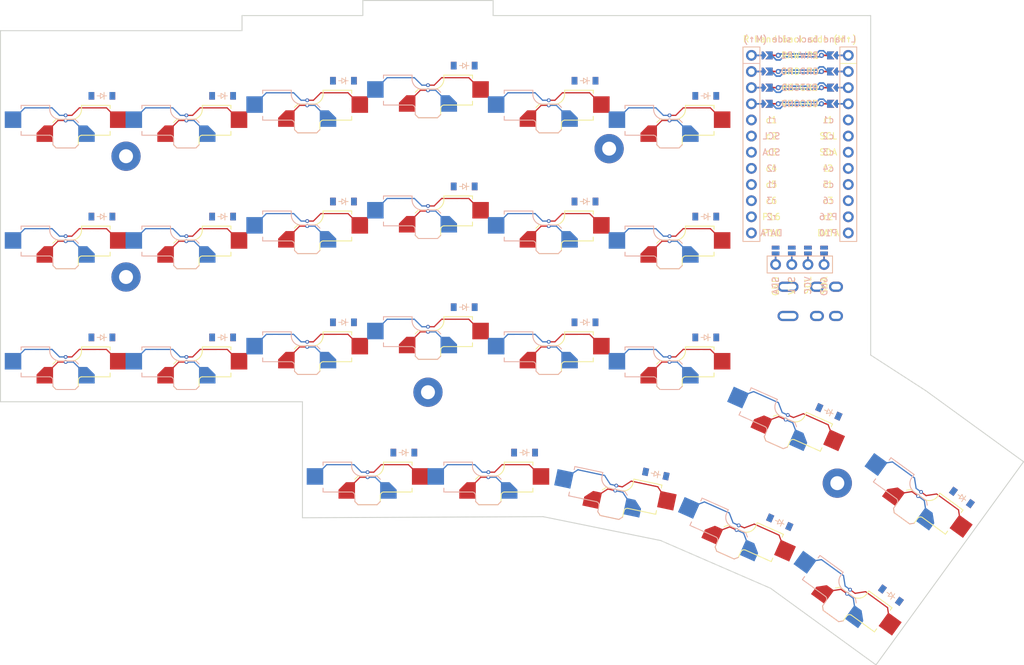
<source format=kicad_pcb>
(kicad_pcb (version 20240108) (generator "ergogen") (generator_version "4.2.1")
  (title_block (title "hasbii_pcb") (date "2026-02-24") (rev "v1.0.0") (company "hasbii"))
  (layers (0 "F.Cu" signal) (31 "B.Cu" signal) (34 "B.Paste" user) (35 "F.Paste" user) (36 "B.SilkS" user "B.Silkscreen") (37 "F.SilkS" user "F.Silkscreen") (38 "B.Mask" user) (39 "F.Mask" user) (44 "Edge.Cuts" user))
  (net 0 "")
  (net 1 "c6_r3")
  (net 2 "c6")
  (net 3 "GND")
  (net 4 "D1")
  (net 5 "D2")
  (net 6 "c6_r2")
  (net 7 "c6_r1")
  (net 8 "c5_r3")
  (net 9 "c5")
  (net 10 "c5_r2")
  (net 11 "c5_r1")
  (net 12 "c4_r3")
  (net 13 "c4")
  (net 14 "c4_r2")
  (net 15 "c4_r1")
  (net 16 "c3_r3")
  (net 17 "c3")
  (net 18 "c3_r2")
  (net 19 "c3_r1")
  (net 20 "c2_r3")
  (net 21 "c2")
  (net 22 "c2_r2")
  (net 23 "c2_r1")
  (net 24 "c1_r3")
  (net 25 "c1")
  (net 26 "c1_r2")
  (net 27 "c1_r1")
  (net 28 "c5_t2")
  (net 29 "c4_t2")
  (net 30 "c3_t2")
  (net 31 "c2_t2")
  (net 32 "c2_t1")
  (net 33 "c1_t2")
  (net 34 "c1_t1")
  (net 35 "r3")
  (net 36 "r2")
  (net 37 "r1")
  (net 38 "t2")
  (net 39 "t1")
  (net 40 "RAW")
  (net 41 "RST")
  (net 42 "VCC")
  (net 43 "P16")
  (net 44 "P10")
  (net 45 "P1")
  (net 46 "P0")
  (net 47 "SCL")
  (net 48 "SDA")
  (net 49 "DATA")
  (net 50 "P101")
  (net 51 "P102")
  (net 52 "P107")
  (net 53 "MCU1_24")
  (net 54 "MCU1_1")
  (net 55 "MCU1_23")
  (net 56 "MCU1_2")
  (net 57 "MCU1_22")
  (net 58 "MCU1_3")
  (net 59 "MCU1_21")
  (net 60 "MCU1_4")
  (net 61 "MCU1_20")
  (net 62 "MCU1_5")
  (net 63 "MCU1_19")
  (net 64 "MCU1_6")
  (net 65 "MCU1_18")
  (net 66 "MCU1_7")
  (net 67 "MCU1_17")
  (net 68 "MCU1_8")
  (net 69 "MCU1_16")
  (net 70 "MCU1_9")
  (net 71 "MCU1_15")
  (net 72 "MCU1_10")
  (net 73 "MCU1_14")
  (net 74 "MCU1_11")
  (net 75 "MCU1_13")
  (net 76 "MCU1_12")
  (net 77 "DISP1_1")
  (net 78 "DISP1_2")
  (net 79 "DISP1_3")
  (net 80 "DISP1_4")
  (net 81 "R1")
  (footprint "ceoloide:mounting_hole_npth" (layer "F.Cu") (at 235.5 120.3125 0)
    (property "Reference" "MH1" hide)
  )
  (footprint "ceoloide:mounting_hole_npth" (layer "F.Cu") (at 207 158.625 0)
    (property "Reference" "MH2" hide)
  )
  (footprint "ceoloide:mounting_hole_npth" (layer "F.Cu") (at 271.39361595 172.93293054999998 -30)
    (property "Reference" "MH3" hide)
  )
  (footprint "ceoloide:mounting_hole_npth" (layer "F.Cu") (at 159.5 121.5 0)
    (property "Reference" "MH4" hide)
  )
  (footprint "ceoloide:mounting_hole_npth" (layer "F.Cu") (at 159.5 140.5 0)
    (property "Reference" "MH5" hide)
  )
  (footprint "ceoloide:switch_choc_v1_v2" (layer "B.Cu") (at 150 150 180)
    (property "Reference" "S1" hide)
  )
  (segment (start 146.725 155.95) (end 148.8 153.875) (width 0.2) (layer "F.Cu") (net 1))
  (segment (start 148.8 153.875) (end 150 153.875) (width 0.2) (layer "F.Cu") (net 1))
  (via (at 150 153.875) (size 0.6) (drill 0.3) (layers "F.Cu" "B.Cu") (net 1))
  (segment (start 151.2 153.875) (end 150 153.875) (width 0.2) (layer "B.Cu") (net 1))
  (segment (start 153.275 155.95) (end 151.2 153.875) (width 0.2) (layer "B.Cu") (net 1))
  (segment (start 156.421 151.896) (end 152.154 151.896) (width 0.2) (layer "F.Cu") (net 2))
  (segment (start 150.975 153.075) (end 150 153.075) (width 0.2) (layer "F.Cu") (net 2))
  (segment (start 158.275 153.75) (end 156.421 151.896) (width 0.2) (layer "F.Cu") (net 2))
  (segment (start 152.154 151.896) (end 150.975 153.075) (width 0.2) (layer "F.Cu") (net 2))
  (via (at 150 153.075) (size 0.6) (drill 0.3) (layers "F.Cu" "B.Cu") (net 2))
  (segment (start 147.859834 151.896) (end 149.038834 153.075) (width 0.2) (layer "B.Cu") (net 2))
  (segment (start 143.579 151.896) (end 147.859834 151.896) (width 0.2) (layer "B.Cu") (net 2))
  (segment (start 149.038834 153.075) (end 150 153.075) (width 0.2) (layer "B.Cu") (net 2))
  (segment (start 141.725 153.75) (end 143.579 151.896) (width 0.2) (layer "B.Cu") (net 2))
  (footprint "ceoloide:switch_choc_v1_v2" (layer "B.Cu") (at 150 131 180)
    (property "Reference" "S2" hide)
  )
  (segment (start 146.725 136.95) (end 148.8 134.875) (width 0.2) (layer "F.Cu") (net 6))
  (segment (start 148.8 134.875) (end 150 134.875) (width 0.2) (layer "F.Cu") (net 6))
  (via (at 150 134.875) (size 0.6) (drill 0.3) (layers "F.Cu" "B.Cu") (net 6))
  (segment (start 151.2 134.875) (end 150 134.875) (width 0.2) (layer "B.Cu") (net 6))
  (segment (start 153.275 136.95) (end 151.2 134.875) (width 0.2) (layer "B.Cu") (net 6))
  (segment (start 156.421 132.896) (end 152.154 132.896) (width 0.2) (layer "F.Cu") (net 2))
  (segment (start 150.975 134.075) (end 150 134.075) (width 0.2) (layer "F.Cu") (net 2))
  (segment (start 158.275 134.75) (end 156.421 132.896) (width 0.2) (layer "F.Cu") (net 2))
  (segment (start 152.154 132.896) (end 150.975 134.075) (width 0.2) (layer "F.Cu") (net 2))
  (via (at 150 134.075) (size 0.6) (drill 0.3) (layers "F.Cu" "B.Cu") (net 2))
  (segment (start 147.859834 132.896) (end 149.038834 134.075) (width 0.2) (layer "B.Cu") (net 2))
  (segment (start 143.579 132.896) (end 147.859834 132.896) (width 0.2) (layer "B.Cu") (net 2))
  (segment (start 149.038834 134.075) (end 150 134.075) (width 0.2) (layer "B.Cu") (net 2))
  (segment (start 141.725 134.75) (end 143.579 132.896) (width 0.2) (layer "B.Cu") (net 2))
  (footprint "ceoloide:switch_choc_v1_v2" (layer "B.Cu") (at 150 112 180)
    (property "Reference" "S3" hide)
  )
  (segment (start 146.725 117.95) (end 148.8 115.875) (width 0.2) (layer "F.Cu") (net 7))
  (segment (start 148.8 115.875) (end 150 115.875) (width 0.2) (layer "F.Cu") (net 7))
  (via (at 150 115.875) (size 0.6) (drill 0.3) (layers "F.Cu" "B.Cu") (net 7))
  (segment (start 151.2 115.875) (end 150 115.875) (width 0.2) (layer "B.Cu") (net 7))
  (segment (start 153.275 117.95) (end 151.2 115.875) (width 0.2) (layer "B.Cu") (net 7))
  (segment (start 156.421 113.896) (end 152.154 113.896) (width 0.2) (layer "F.Cu") (net 2))
  (segment (start 150.975 115.075) (end 150 115.075) (width 0.2) (layer "F.Cu") (net 2))
  (segment (start 158.275 115.75) (end 156.421 113.896) (width 0.2) (layer "F.Cu") (net 2))
  (segment (start 152.154 113.896) (end 150.975 115.075) (width 0.2) (layer "F.Cu") (net 2))
  (via (at 150 115.075) (size 0.6) (drill 0.3) (layers "F.Cu" "B.Cu") (net 2))
  (segment (start 147.859834 113.896) (end 149.038834 115.075) (width 0.2) (layer "B.Cu") (net 2))
  (segment (start 143.579 113.896) (end 147.859834 113.896) (width 0.2) (layer "B.Cu") (net 2))
  (segment (start 149.038834 115.075) (end 150 115.075) (width 0.2) (layer "B.Cu") (net 2))
  (segment (start 141.725 115.75) (end 143.579 113.896) (width 0.2) (layer "B.Cu") (net 2))
  (footprint "ceoloide:switch_choc_v1_v2" (layer "B.Cu") (at 169 150 180)
    (property "Reference" "S4" hide)
  )
  (segment (start 165.725 155.95) (end 167.8 153.875) (width 0.2) (layer "F.Cu") (net 8))
  (segment (start 167.8 153.875) (end 169 153.875) (width 0.2) (layer "F.Cu") (net 8))
  (via (at 169 153.875) (size 0.6) (drill 0.3) (layers "F.Cu" "B.Cu") (net 8))
  (segment (start 170.2 153.875) (end 169 153.875) (width 0.2) (layer "B.Cu") (net 8))
  (segment (start 172.275 155.95) (end 170.2 153.875) (width 0.2) (layer "B.Cu") (net 8))
  (segment (start 175.421 151.896) (end 171.154 151.896) (width 0.2) (layer "F.Cu") (net 9))
  (segment (start 169.975 153.075) (end 169 153.075) (width 0.2) (layer "F.Cu") (net 9))
  (segment (start 177.275 153.75) (end 175.421 151.896) (width 0.2) (layer "F.Cu") (net 9))
  (segment (start 171.154 151.896) (end 169.975 153.075) (width 0.2) (layer "F.Cu") (net 9))
  (via (at 169 153.075) (size 0.6) (drill 0.3) (layers "F.Cu" "B.Cu") (net 9))
  (segment (start 166.859834 151.896) (end 168.038834 153.075) (width 0.2) (layer "B.Cu") (net 9))
  (segment (start 162.579 151.896) (end 166.859834 151.896) (width 0.2) (layer "B.Cu") (net 9))
  (segment (start 168.038834 153.075) (end 169 153.075) (width 0.2) (layer "B.Cu") (net 9))
  (segment (start 160.725 153.75) (end 162.579 151.896) (width 0.2) (layer "B.Cu") (net 9))
  (footprint "ceoloide:switch_choc_v1_v2" (layer "B.Cu") (at 169 131 180)
    (property "Reference" "S5" hide)
  )
  (segment (start 165.725 136.95) (end 167.8 134.875) (width 0.2) (layer "F.Cu") (net 10))
  (segment (start 167.8 134.875) (end 169 134.875) (width 0.2) (layer "F.Cu") (net 10))
  (via (at 169 134.875) (size 0.6) (drill 0.3) (layers "F.Cu" "B.Cu") (net 10))
  (segment (start 170.2 134.875) (end 169 134.875) (width 0.2) (layer "B.Cu") (net 10))
  (segment (start 172.275 136.95) (end 170.2 134.875) (width 0.2) (layer "B.Cu") (net 10))
  (segment (start 175.421 132.896) (end 171.154 132.896) (width 0.2) (layer "F.Cu") (net 9))
  (segment (start 169.975 134.075) (end 169 134.075) (width 0.2) (layer "F.Cu") (net 9))
  (segment (start 177.275 134.75) (end 175.421 132.896) (width 0.2) (layer "F.Cu") (net 9))
  (segment (start 171.154 132.896) (end 169.975 134.075) (width 0.2) (layer "F.Cu") (net 9))
  (via (at 169 134.075) (size 0.6) (drill 0.3) (layers "F.Cu" "B.Cu") (net 9))
  (segment (start 166.859834 132.896) (end 168.038834 134.075) (width 0.2) (layer "B.Cu") (net 9))
  (segment (start 162.579 132.896) (end 166.859834 132.896) (width 0.2) (layer "B.Cu") (net 9))
  (segment (start 168.038834 134.075) (end 169 134.075) (width 0.2) (layer "B.Cu") (net 9))
  (segment (start 160.725 134.75) (end 162.579 132.896) (width 0.2) (layer "B.Cu") (net 9))
  (footprint "ceoloide:switch_choc_v1_v2" (layer "B.Cu") (at 169 112 180)
    (property "Reference" "S6" hide)
  )
  (segment (start 165.725 117.95) (end 167.8 115.875) (width 0.2) (layer "F.Cu") (net 11))
  (segment (start 167.8 115.875) (end 169 115.875) (width 0.2) (layer "F.Cu") (net 11))
  (via (at 169 115.875) (size 0.6) (drill 0.3) (layers "F.Cu" "B.Cu") (net 11))
  (segment (start 170.2 115.875) (end 169 115.875) (width 0.2) (layer "B.Cu") (net 11))
  (segment (start 172.275 117.95) (end 170.2 115.875) (width 0.2) (layer "B.Cu") (net 11))
  (segment (start 175.421 113.896) (end 171.154 113.896) (width 0.2) (layer "F.Cu") (net 9))
  (segment (start 169.975 115.075) (end 169 115.075) (width 0.2) (layer "F.Cu") (net 9))
  (segment (start 177.275 115.75) (end 175.421 113.896) (width 0.2) (layer "F.Cu") (net 9))
  (segment (start 171.154 113.896) (end 169.975 115.075) (width 0.2) (layer "F.Cu") (net 9))
  (via (at 169 115.075) (size 0.6) (drill 0.3) (layers "F.Cu" "B.Cu") (net 9))
  (segment (start 166.859834 113.896) (end 168.038834 115.075) (width 0.2) (layer "B.Cu") (net 9))
  (segment (start 162.579 113.896) (end 166.859834 113.896) (width 0.2) (layer "B.Cu") (net 9))
  (segment (start 168.038834 115.075) (end 169 115.075) (width 0.2) (layer "B.Cu") (net 9))
  (segment (start 160.725 115.75) (end 162.579 113.896) (width 0.2) (layer "B.Cu") (net 9))
  (footprint "ceoloide:switch_choc_v1_v2" (layer "B.Cu") (at 188 147.625 180)
    (property "Reference" "S7" hide)
  )
  (segment (start 184.725 153.575) (end 186.8 151.5) (width 0.2) (layer "F.Cu") (net 12))
  (segment (start 186.8 151.5) (end 188 151.5) (width 0.2) (layer "F.Cu") (net 12))
  (via (at 188 151.5) (size 0.6) (drill 0.3) (layers "F.Cu" "B.Cu") (net 12))
  (segment (start 189.2 151.5) (end 188 151.5) (width 0.2) (layer "B.Cu") (net 12))
  (segment (start 191.275 153.575) (end 189.2 151.5) (width 0.2) (layer "B.Cu") (net 12))
  (segment (start 194.421 149.521) (end 190.154 149.521) (width 0.2) (layer "F.Cu") (net 13))
  (segment (start 188.975 150.7) (end 188 150.7) (width 0.2) (layer "F.Cu") (net 13))
  (segment (start 196.275 151.375) (end 194.421 149.521) (width 0.2) (layer "F.Cu") (net 13))
  (segment (start 190.154 149.521) (end 188.975 150.7) (width 0.2) (layer "F.Cu") (net 13))
  (via (at 188 150.7) (size 0.6) (drill 0.3) (layers "F.Cu" "B.Cu") (net 13))
  (segment (start 185.859834 149.521) (end 187.038834 150.7) (width 0.2) (layer "B.Cu") (net 13))
  (segment (start 181.579 149.521) (end 185.859834 149.521) (width 0.2) (layer "B.Cu") (net 13))
  (segment (start 187.038834 150.7) (end 188 150.7) (width 0.2) (layer "B.Cu") (net 13))
  (segment (start 179.725 151.375) (end 181.579 149.521) (width 0.2) (layer "B.Cu") (net 13))
  (footprint "ceoloide:switch_choc_v1_v2" (layer "B.Cu") (at 188 128.625 180)
    (property "Reference" "S8" hide)
  )
  (segment (start 184.725 134.575) (end 186.8 132.5) (width 0.2) (layer "F.Cu") (net 14))
  (segment (start 186.8 132.5) (end 188 132.5) (width 0.2) (layer "F.Cu") (net 14))
  (via (at 188 132.5) (size 0.6) (drill 0.3) (layers "F.Cu" "B.Cu") (net 14))
  (segment (start 189.2 132.5) (end 188 132.5) (width 0.2) (layer "B.Cu") (net 14))
  (segment (start 191.275 134.575) (end 189.2 132.5) (width 0.2) (layer "B.Cu") (net 14))
  (segment (start 194.421 130.521) (end 190.154 130.521) (width 0.2) (layer "F.Cu") (net 13))
  (segment (start 188.975 131.7) (end 188 131.7) (width 0.2) (layer "F.Cu") (net 13))
  (segment (start 196.275 132.375) (end 194.421 130.521) (width 0.2) (layer "F.Cu") (net 13))
  (segment (start 190.154 130.521) (end 188.975 131.7) (width 0.2) (layer "F.Cu") (net 13))
  (via (at 188 131.7) (size 0.6) (drill 0.3) (layers "F.Cu" "B.Cu") (net 13))
  (segment (start 185.859834 130.521) (end 187.038834 131.7) (width 0.2) (layer "B.Cu") (net 13))
  (segment (start 181.579 130.521) (end 185.859834 130.521) (width 0.2) (layer "B.Cu") (net 13))
  (segment (start 187.038834 131.7) (end 188 131.7) (width 0.2) (layer "B.Cu") (net 13))
  (segment (start 179.725 132.375) (end 181.579 130.521) (width 0.2) (layer "B.Cu") (net 13))
  (footprint "ceoloide:switch_choc_v1_v2" (layer "B.Cu") (at 188 109.625 180)
    (property "Reference" "S9" hide)
  )
  (segment (start 184.725 115.575) (end 186.8 113.5) (width 0.2) (layer "F.Cu") (net 15))
  (segment (start 186.8 113.5) (end 188 113.5) (width 0.2) (layer "F.Cu") (net 15))
  (via (at 188 113.5) (size 0.6) (drill 0.3) (layers "F.Cu" "B.Cu") (net 15))
  (segment (start 189.2 113.5) (end 188 113.5) (width 0.2) (layer "B.Cu") (net 15))
  (segment (start 191.275 115.575) (end 189.2 113.5) (width 0.2) (layer "B.Cu") (net 15))
  (segment (start 194.421 111.521) (end 190.154 111.521) (width 0.2) (layer "F.Cu") (net 13))
  (segment (start 188.975 112.7) (end 188 112.7) (width 0.2) (layer "F.Cu") (net 13))
  (segment (start 196.275 113.375) (end 194.421 111.521) (width 0.2) (layer "F.Cu") (net 13))
  (segment (start 190.154 111.521) (end 188.975 112.7) (width 0.2) (layer "F.Cu") (net 13))
  (via (at 188 112.7) (size 0.6) (drill 0.3) (layers "F.Cu" "B.Cu") (net 13))
  (segment (start 185.859834 111.521) (end 187.038834 112.7) (width 0.2) (layer "B.Cu") (net 13))
  (segment (start 181.579 111.521) (end 185.859834 111.521) (width 0.2) (layer "B.Cu") (net 13))
  (segment (start 187.038834 112.7) (end 188 112.7) (width 0.2) (layer "B.Cu") (net 13))
  (segment (start 179.725 113.375) (end 181.579 111.521) (width 0.2) (layer "B.Cu") (net 13))
  (footprint "ceoloide:switch_choc_v1_v2" (layer "B.Cu") (at 207 145.25 180)
    (property "Reference" "S10" hide)
  )
  (segment (start 203.725 151.2) (end 205.8 149.125) (width 0.2) (layer "F.Cu") (net 16))
  (segment (start 205.8 149.125) (end 207 149.125) (width 0.2) (layer "F.Cu") (net 16))
  (via (at 207 149.125) (size 0.6) (drill 0.3) (layers "F.Cu" "B.Cu") (net 16))
  (segment (start 208.2 149.125) (end 207 149.125) (width 0.2) (layer "B.Cu") (net 16))
  (segment (start 210.275 151.2) (end 208.2 149.125) (width 0.2) (layer "B.Cu") (net 16))
  (segment (start 213.421 147.146) (end 209.154 147.146) (width 0.2) (layer "F.Cu") (net 17))
  (segment (start 207.975 148.325) (end 207 148.325) (width 0.2) (layer "F.Cu") (net 17))
  (segment (start 215.275 149) (end 213.421 147.146) (width 0.2) (layer "F.Cu") (net 17))
  (segment (start 209.154 147.146) (end 207.975 148.325) (width 0.2) (layer "F.Cu") (net 17))
  (via (at 207 148.325) (size 0.6) (drill 0.3) (layers "F.Cu" "B.Cu") (net 17))
  (segment (start 204.859834 147.146) (end 206.038834 148.325) (width 0.2) (layer "B.Cu") (net 17))
  (segment (start 200.579 147.146) (end 204.859834 147.146) (width 0.2) (layer "B.Cu") (net 17))
  (segment (start 206.038834 148.325) (end 207 148.325) (width 0.2) (layer "B.Cu") (net 17))
  (segment (start 198.725 149) (end 200.579 147.146) (width 0.2) (layer "B.Cu") (net 17))
  (footprint "ceoloide:switch_choc_v1_v2" (layer "B.Cu") (at 207 126.25 180)
    (property "Reference" "S11" hide)
  )
  (segment (start 203.725 132.2) (end 205.8 130.125) (width 0.2) (layer "F.Cu") (net 18))
  (segment (start 205.8 130.125) (end 207 130.125) (width 0.2) (layer "F.Cu") (net 18))
  (via (at 207 130.125) (size 0.6) (drill 0.3) (layers "F.Cu" "B.Cu") (net 18))
  (segment (start 208.2 130.125) (end 207 130.125) (width 0.2) (layer "B.Cu") (net 18))
  (segment (start 210.275 132.2) (end 208.2 130.125) (width 0.2) (layer "B.Cu") (net 18))
  (segment (start 213.421 128.146) (end 209.154 128.146) (width 0.2) (layer "F.Cu") (net 17))
  (segment (start 207.975 129.325) (end 207 129.325) (width 0.2) (layer "F.Cu") (net 17))
  (segment (start 215.275 130) (end 213.421 128.146) (width 0.2) (layer "F.Cu") (net 17))
  (segment (start 209.154 128.146) (end 207.975 129.325) (width 0.2) (layer "F.Cu") (net 17))
  (via (at 207 129.325) (size 0.6) (drill 0.3) (layers "F.Cu" "B.Cu") (net 17))
  (segment (start 204.859834 128.146) (end 206.038834 129.325) (width 0.2) (layer "B.Cu") (net 17))
  (segment (start 200.579 128.146) (end 204.859834 128.146) (width 0.2) (layer "B.Cu") (net 17))
  (segment (start 206.038834 129.325) (end 207 129.325) (width 0.2) (layer "B.Cu") (net 17))
  (segment (start 198.725 130) (end 200.579 128.146) (width 0.2) (layer "B.Cu") (net 17))
  (footprint "ceoloide:switch_choc_v1_v2" (layer "B.Cu") (at 207 107.25 180)
    (property "Reference" "S12" hide)
  )
  (segment (start 203.725 113.2) (end 205.8 111.125) (width 0.2) (layer "F.Cu") (net 19))
  (segment (start 205.8 111.125) (end 207 111.125) (width 0.2) (layer "F.Cu") (net 19))
  (via (at 207 111.125) (size 0.6) (drill 0.3) (layers "F.Cu" "B.Cu") (net 19))
  (segment (start 208.2 111.125) (end 207 111.125) (width 0.2) (layer "B.Cu") (net 19))
  (segment (start 210.275 113.2) (end 208.2 111.125) (width 0.2) (layer "B.Cu") (net 19))
  (segment (start 213.421 109.146) (end 209.154 109.146) (width 0.2) (layer "F.Cu") (net 17))
  (segment (start 207.975 110.325) (end 207 110.325) (width 0.2) (layer "F.Cu") (net 17))
  (segment (start 215.275 111) (end 213.421 109.146) (width 0.2) (layer "F.Cu") (net 17))
  (segment (start 209.154 109.146) (end 207.975 110.325) (width 0.2) (layer "F.Cu") (net 17))
  (via (at 207 110.325) (size 0.6) (drill 0.3) (layers "F.Cu" "B.Cu") (net 17))
  (segment (start 204.859834 109.146) (end 206.038834 110.325) (width 0.2) (layer "B.Cu") (net 17))
  (segment (start 200.579 109.146) (end 204.859834 109.146) (width 0.2) (layer "B.Cu") (net 17))
  (segment (start 206.038834 110.325) (end 207 110.325) (width 0.2) (layer "B.Cu") (net 17))
  (segment (start 198.725 111) (end 200.579 109.146) (width 0.2) (layer "B.Cu") (net 17))
  (footprint "ceoloide:switch_choc_v1_v2" (layer "B.Cu") (at 226 147.625 180)
    (property "Reference" "S13" hide)
  )
  (segment (start 222.725 153.575) (end 224.8 151.5) (width 0.2) (layer "F.Cu") (net 20))
  (segment (start 224.8 151.5) (end 226 151.5) (width 0.2) (layer "F.Cu") (net 20))
  (via (at 226 151.5) (size 0.6) (drill 0.3) (layers "F.Cu" "B.Cu") (net 20))
  (segment (start 227.2 151.5) (end 226 151.5) (width 0.2) (layer "B.Cu") (net 20))
  (segment (start 229.275 153.575) (end 227.2 151.5) (width 0.2) (layer "B.Cu") (net 20))
  (segment (start 232.421 149.521) (end 228.154 149.521) (width 0.2) (layer "F.Cu") (net 21))
  (segment (start 226.975 150.7) (end 226 150.7) (width 0.2) (layer "F.Cu") (net 21))
  (segment (start 234.275 151.375) (end 232.421 149.521) (width 0.2) (layer "F.Cu") (net 21))
  (segment (start 228.154 149.521) (end 226.975 150.7) (width 0.2) (layer "F.Cu") (net 21))
  (via (at 226 150.7) (size 0.6) (drill 0.3) (layers "F.Cu" "B.Cu") (net 21))
  (segment (start 223.859834 149.521) (end 225.038834 150.7) (width 0.2) (layer "B.Cu") (net 21))
  (segment (start 219.579 149.521) (end 223.859834 149.521) (width 0.2) (layer "B.Cu") (net 21))
  (segment (start 225.038834 150.7) (end 226 150.7) (width 0.2) (layer "B.Cu") (net 21))
  (segment (start 217.725 151.375) (end 219.579 149.521) (width 0.2) (layer "B.Cu") (net 21))
  (footprint "ceoloide:switch_choc_v1_v2" (layer "B.Cu") (at 226 128.625 180)
    (property "Reference" "S14" hide)
  )
  (segment (start 222.725 134.575) (end 224.8 132.5) (width 0.2) (layer "F.Cu") (net 22))
  (segment (start 224.8 132.5) (end 226 132.5) (width 0.2) (layer "F.Cu") (net 22))
  (via (at 226 132.5) (size 0.6) (drill 0.3) (layers "F.Cu" "B.Cu") (net 22))
  (segment (start 227.2 132.5) (end 226 132.5) (width 0.2) (layer "B.Cu") (net 22))
  (segment (start 229.275 134.575) (end 227.2 132.5) (width 0.2) (layer "B.Cu") (net 22))
  (segment (start 232.421 130.521) (end 228.154 130.521) (width 0.2) (layer "F.Cu") (net 21))
  (segment (start 226.975 131.7) (end 226 131.7) (width 0.2) (layer "F.Cu") (net 21))
  (segment (start 234.275 132.375) (end 232.421 130.521) (width 0.2) (layer "F.Cu") (net 21))
  (segment (start 228.154 130.521) (end 226.975 131.7) (width 0.2) (layer "F.Cu") (net 21))
  (via (at 226 131.7) (size 0.6) (drill 0.3) (layers "F.Cu" "B.Cu") (net 21))
  (segment (start 223.859834 130.521) (end 225.038834 131.7) (width 0.2) (layer "B.Cu") (net 21))
  (segment (start 219.579 130.521) (end 223.859834 130.521) (width 0.2) (layer "B.Cu") (net 21))
  (segment (start 225.038834 131.7) (end 226 131.7) (width 0.2) (layer "B.Cu") (net 21))
  (segment (start 217.725 132.375) (end 219.579 130.521) (width 0.2) (layer "B.Cu") (net 21))
  (footprint "ceoloide:switch_choc_v1_v2" (layer "B.Cu") (at 226 109.625 180)
    (property "Reference" "S15" hide)
  )
  (segment (start 222.725 115.575) (end 224.8 113.5) (width 0.2) (layer "F.Cu") (net 23))
  (segment (start 224.8 113.5) (end 226 113.5) (width 0.2) (layer "F.Cu") (net 23))
  (via (at 226 113.5) (size 0.6) (drill 0.3) (layers "F.Cu" "B.Cu") (net 23))
  (segment (start 227.2 113.5) (end 226 113.5) (width 0.2) (layer "B.Cu") (net 23))
  (segment (start 229.275 115.575) (end 227.2 113.5) (width 0.2) (layer "B.Cu") (net 23))
  (segment (start 232.421 111.521) (end 228.154 111.521) (width 0.2) (layer "F.Cu") (net 21))
  (segment (start 226.975 112.7) (end 226 112.7) (width 0.2) (layer "F.Cu") (net 21))
  (segment (start 234.275 113.375) (end 232.421 111.521) (width 0.2) (layer "F.Cu") (net 21))
  (segment (start 228.154 111.521) (end 226.975 112.7) (width 0.2) (layer "F.Cu") (net 21))
  (via (at 226 112.7) (size 0.6) (drill 0.3) (layers "F.Cu" "B.Cu") (net 21))
  (segment (start 223.859834 111.521) (end 225.038834 112.7) (width 0.2) (layer "B.Cu") (net 21))
  (segment (start 219.579 111.521) (end 223.859834 111.521) (width 0.2) (layer "B.Cu") (net 21))
  (segment (start 225.038834 112.7) (end 226 112.7) (width 0.2) (layer "B.Cu") (net 21))
  (segment (start 217.725 113.375) (end 219.579 111.521) (width 0.2) (layer "B.Cu") (net 21))
  (footprint "ceoloide:switch_choc_v1_v2" (layer "B.Cu") (at 245 150 180)
    (property "Reference" "S16" hide)
  )
  (segment (start 241.725 155.95) (end 243.8 153.875) (width 0.2) (layer "F.Cu") (net 24))
  (segment (start 243.8 153.875) (end 245 153.875) (width 0.2) (layer "F.Cu") (net 24))
  (via (at 245 153.875) (size 0.6) (drill 0.3) (layers "F.Cu" "B.Cu") (net 24))
  (segment (start 246.2 153.875) (end 245 153.875) (width 0.2) (layer "B.Cu") (net 24))
  (segment (start 248.275 155.95) (end 246.2 153.875) (width 0.2) (layer "B.Cu") (net 24))
  (segment (start 251.421 151.896) (end 247.154 151.896) (width 0.2) (layer "F.Cu") (net 25))
  (segment (start 245.975 153.075) (end 245 153.075) (width 0.2) (layer "F.Cu") (net 25))
  (segment (start 253.275 153.75) (end 251.421 151.896) (width 0.2) (layer "F.Cu") (net 25))
  (segment (start 247.154 151.896) (end 245.975 153.075) (width 0.2) (layer "F.Cu") (net 25))
  (via (at 245 153.075) (size 0.6) (drill 0.3) (layers "F.Cu" "B.Cu") (net 25))
  (segment (start 242.859834 151.896) (end 244.038834 153.075) (width 0.2) (layer "B.Cu") (net 25))
  (segment (start 238.579 151.896) (end 242.859834 151.896) (width 0.2) (layer "B.Cu") (net 25))
  (segment (start 244.038834 153.075) (end 245 153.075) (width 0.2) (layer "B.Cu") (net 25))
  (segment (start 236.725 153.75) (end 238.579 151.896) (width 0.2) (layer "B.Cu") (net 25))
  (footprint "ceoloide:switch_choc_v1_v2" (layer "B.Cu") (at 245 131 180)
    (property "Reference" "S17" hide)
  )
  (segment (start 241.725 136.95) (end 243.8 134.875) (width 0.2) (layer "F.Cu") (net 26))
  (segment (start 243.8 134.875) (end 245 134.875) (width 0.2) (layer "F.Cu") (net 26))
  (via (at 245 134.875) (size 0.6) (drill 0.3) (layers "F.Cu" "B.Cu") (net 26))
  (segment (start 246.2 134.875) (end 245 134.875) (width 0.2) (layer "B.Cu") (net 26))
  (segment (start 248.275 136.95) (end 246.2 134.875) (width 0.2) (layer "B.Cu") (net 26))
  (segment (start 251.421 132.896) (end 247.154 132.896) (width 0.2) (layer "F.Cu") (net 25))
  (segment (start 245.975 134.075) (end 245 134.075) (width 0.2) (layer "F.Cu") (net 25))
  (segment (start 253.275 134.75) (end 251.421 132.896) (width 0.2) (layer "F.Cu") (net 25))
  (segment (start 247.154 132.896) (end 245.975 134.075) (width 0.2) (layer "F.Cu") (net 25))
  (via (at 245 134.075) (size 0.6) (drill 0.3) (layers "F.Cu" "B.Cu") (net 25))
  (segment (start 242.859834 132.896) (end 244.038834 134.075) (width 0.2) (layer "B.Cu") (net 25))
  (segment (start 238.579 132.896) (end 242.859834 132.896) (width 0.2) (layer "B.Cu") (net 25))
  (segment (start 244.038834 134.075) (end 245 134.075) (width 0.2) (layer "B.Cu") (net 25))
  (segment (start 236.725 134.75) (end 238.579 132.896) (width 0.2) (layer "B.Cu") (net 25))
  (footprint "ceoloide:switch_choc_v1_v2" (layer "B.Cu") (at 245 112 180)
    (property "Reference" "S18" hide)
  )
  (segment (start 241.725 117.95) (end 243.8 115.875) (width 0.2) (layer "F.Cu") (net 27))
  (segment (start 243.8 115.875) (end 245 115.875) (width 0.2) (layer "F.Cu") (net 27))
  (via (at 245 115.875) (size 0.6) (drill 0.3) (layers "F.Cu" "B.Cu") (net 27))
  (segment (start 246.2 115.875) (end 245 115.875) (width 0.2) (layer "B.Cu") (net 27))
  (segment (start 248.275 117.95) (end 246.2 115.875) (width 0.2) (layer "B.Cu") (net 27))
  (segment (start 251.421 113.896) (end 247.154 113.896) (width 0.2) (layer "F.Cu") (net 25))
  (segment (start 245.975 115.075) (end 245 115.075) (width 0.2) (layer "F.Cu") (net 25))
  (segment (start 253.275 115.75) (end 251.421 113.896) (width 0.2) (layer "F.Cu") (net 25))
  (segment (start 247.154 113.896) (end 245.975 115.075) (width 0.2) (layer "F.Cu") (net 25))
  (via (at 245 115.075) (size 0.6) (drill 0.3) (layers "F.Cu" "B.Cu") (net 25))
  (segment (start 242.859834 113.896) (end 244.038834 115.075) (width 0.2) (layer "B.Cu") (net 25))
  (segment (start 238.579 113.896) (end 242.859834 113.896) (width 0.2) (layer "B.Cu") (net 25))
  (segment (start 244.038834 115.075) (end 245 115.075) (width 0.2) (layer "B.Cu") (net 25))
  (segment (start 236.725 115.75) (end 238.579 113.896) (width 0.2) (layer "B.Cu") (net 25))
  (footprint "ceoloide:switch_choc_v1_v2" (layer "B.Cu") (at 197.5 168.125 180)
    (property "Reference" "S19" hide)
  )
  (segment (start 194.225 174.075) (end 196.3 172) (width 0.2) (layer "F.Cu") (net 28))
  (segment (start 196.3 172) (end 197.5 172) (width 0.2) (layer "F.Cu") (net 28))
  (via (at 197.5 172) (size 0.6) (drill 0.3) (layers "F.Cu" "B.Cu") (net 28))
  (segment (start 198.7 172) (end 197.5 172) (width 0.2) (layer "B.Cu") (net 28))
  (segment (start 200.775 174.075) (end 198.7 172) (width 0.2) (layer "B.Cu") (net 28))
  (segment (start 203.921 170.021) (end 199.654 170.021) (width 0.2) (layer "F.Cu") (net 9))
  (segment (start 198.475 171.2) (end 197.5 171.2) (width 0.2) (layer "F.Cu") (net 9))
  (segment (start 205.775 171.875) (end 203.921 170.021) (width 0.2) (layer "F.Cu") (net 9))
  (segment (start 199.654 170.021) (end 198.475 171.2) (width 0.2) (layer "F.Cu") (net 9))
  (via (at 197.5 171.2) (size 0.6) (drill 0.3) (layers "F.Cu" "B.Cu") (net 9))
  (segment (start 195.359834 170.021) (end 196.538834 171.2) (width 0.2) (layer "B.Cu") (net 9))
  (segment (start 191.079 170.021) (end 195.359834 170.021) (width 0.2) (layer "B.Cu") (net 9))
  (segment (start 196.538834 171.2) (end 197.5 171.2) (width 0.2) (layer "B.Cu") (net 9))
  (segment (start 189.225 171.875) (end 191.079 170.021) (width 0.2) (layer "B.Cu") (net 9))
  (footprint "ceoloide:switch_choc_v1_v2" (layer "B.Cu") (at 216.5 168.125 180)
    (property "Reference" "S20" hide)
  )
  (segment (start 213.225 174.075) (end 215.3 172) (width 0.2) (layer "F.Cu") (net 29))
  (segment (start 215.3 172) (end 216.5 172) (width 0.2) (layer "F.Cu") (net 29))
  (via (at 216.5 172) (size 0.6) (drill 0.3) (layers "F.Cu" "B.Cu") (net 29))
  (segment (start 217.7 172) (end 216.5 172) (width 0.2) (layer "B.Cu") (net 29))
  (segment (start 219.775 174.075) (end 217.7 172) (width 0.2) (layer "B.Cu") (net 29))
  (segment (start 222.921 170.021) (end 218.654 170.021) (width 0.2) (layer "F.Cu") (net 13))
  (segment (start 217.475 171.2) (end 216.5 171.2) (width 0.2) (layer "F.Cu") (net 13))
  (segment (start 224.775 171.875) (end 222.921 170.021) (width 0.2) (layer "F.Cu") (net 13))
  (segment (start 218.654 170.021) (end 217.475 171.2) (width 0.2) (layer "F.Cu") (net 13))
  (via (at 216.5 171.2) (size 0.6) (drill 0.3) (layers "F.Cu" "B.Cu") (net 13))
  (segment (start 214.359834 170.021) (end 215.538834 171.2) (width 0.2) (layer "B.Cu") (net 13))
  (segment (start 210.079 170.021) (end 214.359834 170.021) (width 0.2) (layer "B.Cu") (net 13))
  (segment (start 215.538834 171.2) (end 216.5 171.2) (width 0.2) (layer "B.Cu") (net 13))
  (segment (start 208.225 171.875) (end 210.079 170.021) (width 0.2) (layer "B.Cu") (net 13))
  (footprint "ceoloide:switch_choc_v1_v2" (layer "B.Cu") (at 237.2675633 170.3077589 168)
    (property "Reference" "S21" hide)
  )
  (segment (start 232.8270553 175.4468263) (end 235.2881284 173.84858680000002) (width 0.2) (layer "F.Cu") (net 30))
  (segment (start 235.2881284 173.84858680000002) (end 236.4619055 174.0980809) (width 0.2) (layer "F.Cu") (net 30))
  (via (at 236.4619055 174.0980809) (size 0.6) (drill 0.3) (layers "F.Cu" "B.Cu") (net 30))
  (segment (start 237.6356826 174.3475749) (end 236.4619055 174.0980809) (width 0.2) (layer "B.Cu") (net 30))
  (segment (start 239.2339221 176.8086479) (end 237.6356826 174.3475749) (width 0.2) (layer "B.Cu") (net 30))
  (segment (start 243.15404850000002 173.4973277) (end 238.9802927 172.61016850000001) (width 0.2) (layer "F.Cu") (net 17))
  (segment (start 237.58192880000001 173.5182767) (end 236.6282349 173.3155628) (width 0.2) (layer "F.Cu") (net 17))
  (segment (start 244.5820659 175.69628160000002) (end 243.15404850000002 173.4973277) (width 0.2) (layer "F.Cu") (net 17))
  (segment (start 238.9802927 172.61016850000001) (end 237.58192880000001 173.5182767) (width 0.2) (layer "F.Cu") (net 17))
  (via (at 236.6282349 173.3155628) (size 0.6) (drill 0.3) (layers "F.Cu" "B.Cu") (net 17))
  (segment (start 234.7799645 171.7173612) (end 235.6880726 173.11572510000002) (width 0.2) (layer "B.Cu") (net 17))
  (segment (start 230.592677 170.8273258) (end 234.7799645 171.7173612) (width 0.2) (layer "B.Cu") (net 17))
  (segment (start 235.6880726 173.11572510000002) (end 236.6282349 173.3155628) (width 0.2) (layer "B.Cu") (net 17))
  (segment (start 228.39372310000002 172.2553432) (end 230.592677 170.8273258) (width 0.2) (layer "B.Cu") (net 17))
  (footprint "ceoloide:switch_choc_v1_v2" (layer "B.Cu") (at 257.1274844 176.7606384 156)
    (property "Reference" "S22" hide)
  )
  (segment (start 251.71554 180.8641714) (end 254.45512540000001 179.8125431) (width 0.2) (layer "F.Cu") (net 31))
  (segment (start 254.45512540000001 179.8125431) (end 255.5513799 180.300627) (width 0.2) (layer "F.Cu") (net 31))
  (via (at 255.5513799 180.300627) (size 0.6) (drill 0.3) (layers "F.Cu" "B.Cu") (net 31))
  (segment (start 256.64763450000004 180.788711) (end 255.5513799 180.300627) (width 0.2) (layer "B.Cu") (net 31))
  (segment (start 257.6992627 183.52829640000002) (end 256.64763450000004 180.788711) (width 0.2) (layer "B.Cu") (net 31))
  (segment (start 262.22218710000004 181.1043766) (end 258.32408860000004 179.3688313) (width 0.2) (layer "F.Cu") (net 21))
  (segment (start 256.767476 179.96635890000002) (end 255.8767692 179.5697907) (width 0.2) (layer "F.Cu") (net 21))
  (segment (start 263.1618107 183.55217960000002) (end 262.22218710000004 181.1043766) (width 0.2) (layer "F.Cu") (net 21))
  (segment (start 258.32408860000004 179.3688313) (end 256.767476 179.96635890000002) (width 0.2) (layer "F.Cu") (net 21))
  (via (at 255.8767692 179.5697907) (size 0.6) (drill 0.3) (layers "F.Cu" "B.Cu") (net 21))
  (segment (start 254.4011728 177.6222367) (end 254.99870040000002 179.1788492) (width 0.2) (layer "B.Cu") (net 21))
  (segment (start 250.49043630000003 175.8810646) (end 254.4011728 177.6222367) (width 0.2) (layer "B.Cu") (net 21))
  (segment (start 254.99870040000002 179.1788492) (end 255.8767692 179.5697907) (width 0.2) (layer "B.Cu") (net 21))
  (segment (start 248.0426333 176.8206881) (end 250.49043630000003 175.8810646) (width 0.2) (layer "B.Cu") (net 21))
  (footprint "ceoloide:switch_choc_v1_v2" (layer "B.Cu") (at 264.8554806 159.4032747 156)
    (property "Reference" "S23" hide)
  )
  (segment (start 259.44353620000004 163.5068077) (end 262.18312160000005 162.4551794) (width 0.2) (layer "F.Cu") (net 32))
  (segment (start 262.18312160000005 162.4551794) (end 263.27937610000004 162.94326329999998) (width 0.2) (layer "F.Cu") (net 32))
  (via (at 263.27937610000004 162.94326329999998) (size 0.6) (drill 0.3) (layers "F.Cu" "B.Cu") (net 32))
  (segment (start 264.37563070000004 163.4313473) (end 263.27937610000004 162.94326329999998) (width 0.2) (layer "B.Cu") (net 32))
  (segment (start 265.4272589 166.1709327) (end 264.37563070000004 163.4313473) (width 0.2) (layer "B.Cu") (net 32))
  (segment (start 269.95018330000005 163.7470129) (end 266.05208480000005 162.0114676) (width 0.2) (layer "F.Cu") (net 21))
  (segment (start 264.4954722 162.6089952) (end 263.6047654 162.212427) (width 0.2) (layer "F.Cu") (net 21))
  (segment (start 270.8898069 166.1948159) (end 269.95018330000005 163.7470129) (width 0.2) (layer "F.Cu") (net 21))
  (segment (start 266.05208480000005 162.0114676) (end 264.4954722 162.6089952) (width 0.2) (layer "F.Cu") (net 21))
  (via (at 263.6047654 162.212427) (size 0.6) (drill 0.3) (layers "F.Cu" "B.Cu") (net 21))
  (segment (start 262.12916900000005 160.264873) (end 262.7266966 161.8214855) (width 0.2) (layer "B.Cu") (net 21))
  (segment (start 258.2184325 158.5237009) (end 262.12916900000005 160.264873) (width 0.2) (layer "B.Cu") (net 21))
  (segment (start 262.7266966 161.8214855) (end 263.6047654 162.212427) (width 0.2) (layer "B.Cu") (net 21))
  (segment (start 255.7706295 159.4633244) (end 258.2184325 158.5237009) (width 0.2) (layer "B.Cu") (net 21))
  (footprint "ceoloide:switch_choc_v1_v2" (layer "B.Cu") (at 275.2117895 187.20161679999998 144)
    (property "Reference" "S24" hide)
  )
  (segment (start 269.0649366 190.0902712) (end 271.9633013 189.63121539999997) (width 0.2) (layer "F.Cu") (net 33))
  (segment (start 271.9633013 189.63121539999997) (end 272.9341216 190.3365577) (width 0.2) (layer "F.Cu") (net 33))
  (via (at 272.9341216 190.3365577) (size 0.6) (drill 0.3) (layers "F.Cu" "B.Cu") (net 33))
  (segment (start 273.904942 191.04189999999997) (end 272.9341216 190.3365577) (width 0.2) (layer "B.Cu") (net 33))
  (segment (start 274.3639979 193.94026459999998) (end 273.904942 191.04189999999997) (width 0.2) (layer "B.Cu") (net 33))
  (segment (start 279.29204680000004 192.5096821) (end 275.8399713 190.0016025) (width 0.2) (layer "F.Cu") (net 25))
  (segment (start 274.1931414 190.26243469999997) (end 273.40434980000003 189.68934409999997) (width 0.2) (layer "F.Cu") (net 25))
  (segment (start 279.7022104 195.09935349999998) (end 279.29204680000004 192.5096821) (width 0.2) (layer "F.Cu") (net 25))
  (segment (start 275.8399713 190.0016025) (end 274.1931414 190.26243469999997) (width 0.2) (layer "F.Cu") (net 25))
  (via (at 273.40434980000003 189.68934409999997) (size 0.6) (drill 0.3) (layers "F.Cu" "B.Cu") (net 25))
  (segment (start 272.365918 187.477555) (end 272.6267502 189.1243849) (width 0.2) (layer "B.Cu") (net 25))
  (segment (start 268.9026505 184.96134389999997) (end 272.365918 187.477555) (width 0.2) (layer "B.Cu") (net 25))
  (segment (start 272.6267502 189.1243849) (end 273.40434980000003 189.68934409999997) (width 0.2) (layer "B.Cu") (net 25))
  (segment (start 266.31297920000003 185.37150759999997) (end 268.9026505 184.96134389999997) (width 0.2) (layer "B.Cu") (net 25))
  (footprint "ceoloide:switch_choc_v1_v2" (layer "B.Cu") (at 286.3797093 171.8302939 144)
    (property "Reference" "S25" hide)
  )
  (segment (start 280.2328564 174.7189483) (end 283.1312211 174.25989249999998) (width 0.2) (layer "F.Cu") (net 34))
  (segment (start 283.1312211 174.25989249999998) (end 284.1020414 174.9652348) (width 0.2) (layer "F.Cu") (net 34))
  (via (at 284.1020414 174.9652348) (size 0.6) (drill 0.3) (layers "F.Cu" "B.Cu") (net 34))
  (segment (start 285.0728618 175.67057709999997) (end 284.1020414 174.9652348) (width 0.2) (layer "B.Cu") (net 34))
  (segment (start 285.5319177 178.56894169999998) (end 285.0728618 175.67057709999997) (width 0.2) (layer "B.Cu") (net 34))
  (segment (start 290.45996660000003 177.1383592) (end 287.0078911 174.6302796) (width 0.2) (layer "F.Cu") (net 25))
  (segment (start 285.3610612 174.89111179999998) (end 284.5722696 174.31802119999998) (width 0.2) (layer "F.Cu") (net 25))
  (segment (start 290.8701302 179.72803059999998) (end 290.45996660000003 177.1383592) (width 0.2) (layer "F.Cu") (net 25))
  (segment (start 287.0078911 174.6302796) (end 285.3610612 174.89111179999998) (width 0.2) (layer "F.Cu") (net 25))
  (via (at 284.5722696 174.31802119999998) (size 0.6) (drill 0.3) (layers "F.Cu" "B.Cu") (net 25))
  (segment (start 283.5338378 172.1062321) (end 283.79467 173.753062) (width 0.2) (layer "B.Cu") (net 25))
  (segment (start 280.0705703 169.59002099999998) (end 283.5338378 172.1062321) (width 0.2) (layer "B.Cu") (net 25))
  (segment (start 283.79467 173.753062) (end 284.5722696 174.31802119999998) (width 0.2) (layer "B.Cu") (net 25))
  (segment (start 277.480899 170.00018469999998) (end 280.0705703 169.59002099999998) (width 0.2) (layer "B.Cu") (net 25))
  (footprint "ceoloide:diode_tht_sod123" (layer "F.Cu") (at 155.7 150 180)
    (property "Reference" "D1" hide)
  )
  (footprint "ceoloide:diode_tht_sod123" (layer "F.Cu") (at 155.7 131 180)
    (property "Reference" "D2" hide)
  )
  (footprint "ceoloide:diode_tht_sod123" (layer "F.Cu") (at 155.7 112 180)
    (property "Reference" "D3" hide)
  )
  (footprint "ceoloide:diode_tht_sod123" (layer "F.Cu") (at 174.7 150 180)
    (property "Reference" "D4" hide)
  )
  (footprint "ceoloide:diode_tht_sod123" (layer "F.Cu") (at 174.7 131 180)
    (property "Reference" "D5" hide)
  )
  (footprint "ceoloide:diode_tht_sod123" (layer "F.Cu") (at 174.7 112 180)
    (property "Reference" "D6" hide)
  )
  (footprint "ceoloide:diode_tht_sod123" (layer "F.Cu") (at 193.7 147.625 180)
    (property "Reference" "D7" hide)
  )
  (footprint "ceoloide:diode_tht_sod123" (layer "F.Cu") (at 193.7 128.625 180)
    (property "Reference" "D8" hide)
  )
  (footprint "ceoloide:diode_tht_sod123" (layer "F.Cu") (at 193.7 109.625 180)
    (property "Reference" "D9" hide)
  )
  (footprint "ceoloide:diode_tht_sod123" (layer "F.Cu") (at 212.7 145.25 180)
    (property "Reference" "D10" hide)
  )
  (footprint "ceoloide:diode_tht_sod123" (layer "F.Cu") (at 212.7 126.25 180)
    (property "Reference" "D11" hide)
  )
  (footprint "ceoloide:diode_tht_sod123" (layer "F.Cu") (at 212.7 107.25 180)
    (property "Reference" "D12" hide)
  )
  (footprint "ceoloide:diode_tht_sod123" (layer "F.Cu") (at 231.7 147.625 180)
    (property "Reference" "D13" hide)
  )
  (footprint "ceoloide:diode_tht_sod123" (layer "F.Cu") (at 231.7 128.625 180)
    (property "Reference" "D14" hide)
  )
  (footprint "ceoloide:diode_tht_sod123" (layer "F.Cu") (at 231.7 109.625 180)
    (property "Reference" "D15" hide)
  )
  (footprint "ceoloide:diode_tht_sod123" (layer "F.Cu") (at 250.7 150 180)
    (property "Reference" "D16" hide)
  )
  (footprint "ceoloide:diode_tht_sod123" (layer "F.Cu") (at 250.7 131 180)
    (property "Reference" "D17" hide)
  )
  (footprint "ceoloide:diode_tht_sod123" (layer "F.Cu") (at 250.7 112 180)
    (property "Reference" "D18" hide)
  )
  (footprint "ceoloide:diode_tht_sod123" (layer "F.Cu") (at 203.2 168.125 180)
    (property "Reference" "D19" hide)
  )
  (footprint "ceoloide:diode_tht_sod123" (layer "F.Cu") (at 222.2 168.125 180)
    (property "Reference" "D20" hide)
  )
  (footprint "ceoloide:diode_tht_sod123" (layer "F.Cu") (at 242.8430046 171.49285550000002 168)
    (property "Reference" "D21" hide)
  )
  (footprint "ceoloide:diode_tht_sod123" (layer "F.Cu") (at 262.3346935 179.0790373 156)
    (property "Reference" "D22" hide)
  )
  (footprint "ceoloide:diode_tht_sod123" (layer "F.Cu") (at 270.0626897 161.7216736 156)
    (property "Reference" "D23" hide)
  )
  (footprint "ceoloide:diode_tht_sod123" (layer "F.Cu") (at 279.8231864 190.55199269999997 144)
    (property "Reference" "D24" hide)
  )
  (footprint "ceoloide:diode_tht_sod123" (layer "F.Cu") (at 290.9911062 175.18066979999998 144)
    (property "Reference" "D25" hide)
  )
  (footprint "ceoloide:mcu_supermini_nrf52840" (layer "F.Cu") (at 265.5 118.33333329999999 0)
    (property "Reference" "MCU1" hide)
  )
  (segment (start 270.275 105.63333329999999) (end 268.9 105.63333329999999) (width 0.25) (layer "F.Cu"))
  (segment (start 260.725 105.63333329999999) (end 262.1 105.63333329999999) (width 0.25) (layer "F.Cu"))
  (segment (start 257.88 105.63333329999999) (end 260 105.63333329999999) (width 0.25) (layer "F.Cu"))
  (segment (start 257.88 105.63333329999999) (end 260 105.63333329999999) (width 0.25) (layer "B.Cu"))
  (segment (start 271 105.63333329999999) (end 273.12 105.63333329999999) (width 0.25) (layer "F.Cu"))
  (segment (start 273.12 105.63333329999999) (end 271 105.63333329999999) (width 0.25) (layer "B.Cu"))
  (segment (start 262.895305 105.8633333) (end 268.67 105.8633333) (width 0.25) (layer "B.Cu"))
  (segment (start 260.725 105.63333329999999) (end 261.074695 105.63333329999999) (width 0.25) (layer "B.Cu"))
  (segment (start 261.799695 106.3583333) (end 262.400305 106.3583333) (width 0.25) (layer "B.Cu"))
  (segment (start 261.074695 105.63333329999999) (end 261.799695 106.3583333) (width 0.25) (layer "B.Cu"))
  (segment (start 262.400305 106.3583333) (end 262.895305 105.8633333) (width 0.25) (layer "B.Cu"))
  (segment (start 270.275 105.63333329999999) (end 269.925305 105.63333329999999) (width 0.25) (layer "B.Cu"))
  (segment (start 268.094695 105.41333329999999) (end 262.32 105.41333329999999) (width 0.25) (layer "B.Cu"))
  (segment (start 269.925305 105.63333329999999) (end 269.200305 104.9083333) (width 0.25) (layer "B.Cu"))
  (segment (start 269.200305 104.9083333) (end 268.599695 104.9083333) (width 0.25) (layer "B.Cu"))
  (segment (start 268.599695 104.9083333) (end 268.094695 105.41333329999999) (width 0.25) (layer "B.Cu"))
  (segment (start 270.275 108.1733333) (end 268.9 108.1733333) (width 0.25) (layer "F.Cu"))
  (segment (start 260.725 108.1733333) (end 262.1 108.1733333) (width 0.25) (layer "F.Cu"))
  (segment (start 257.88 108.1733333) (end 260 108.1733333) (width 0.25) (layer "F.Cu"))
  (segment (start 257.88 108.1733333) (end 260 108.1733333) (width 0.25) (layer "B.Cu"))
  (segment (start 271 108.1733333) (end 273.12 108.1733333) (width 0.25) (layer "F.Cu"))
  (segment (start 273.12 108.1733333) (end 271 108.1733333) (width 0.25) (layer "B.Cu"))
  (segment (start 262.895305 108.40333329999999) (end 268.67 108.40333329999999) (width 0.25) (layer "B.Cu"))
  (segment (start 260.725 108.1733333) (end 261.074695 108.1733333) (width 0.25) (layer "B.Cu"))
  (segment (start 261.799695 108.89833329999999) (end 262.400305 108.89833329999999) (width 0.25) (layer "B.Cu"))
  (segment (start 261.074695 108.1733333) (end 261.799695 108.89833329999999) (width 0.25) (layer "B.Cu"))
  (segment (start 262.400305 108.89833329999999) (end 262.895305 108.40333329999999) (width 0.25) (layer "B.Cu"))
  (segment (start 270.275 108.1733333) (end 269.925305 108.1733333) (width 0.25) (layer "B.Cu"))
  (segment (start 268.094695 107.9533333) (end 262.32 107.9533333) (width 0.25) (layer "B.Cu"))
  (segment (start 269.925305 108.1733333) (end 269.200305 107.44833329999999) (width 0.25) (layer "B.Cu"))
  (segment (start 269.200305 107.44833329999999) (end 268.599695 107.44833329999999) (width 0.25) (layer "B.Cu"))
  (segment (start 268.599695 107.44833329999999) (end 268.094695 107.9533333) (width 0.25) (layer "B.Cu"))
  (segment (start 270.275 110.71333329999999) (end 268.9 110.71333329999999) (width 0.25) (layer "F.Cu"))
  (segment (start 260.725 110.71333329999999) (end 262.1 110.71333329999999) (width 0.25) (layer "F.Cu"))
  (segment (start 257.88 110.71333329999999) (end 260 110.71333329999999) (width 0.25) (layer "F.Cu"))
  (segment (start 257.88 110.71333329999999) (end 260 110.71333329999999) (width 0.25) (layer "B.Cu"))
  (segment (start 271 110.71333329999999) (end 273.12 110.71333329999999) (width 0.25) (layer "F.Cu"))
  (segment (start 273.12 110.71333329999999) (end 271 110.71333329999999) (width 0.25) (layer "B.Cu"))
  (segment (start 262.895305 110.94333329999999) (end 268.67 110.94333329999999) (width 0.25) (layer "B.Cu"))
  (segment (start 260.725 110.71333329999999) (end 261.074695 110.71333329999999) (width 0.25) (layer "B.Cu"))
  (segment (start 261.799695 111.4383333) (end 262.400305 111.4383333) (width 0.25) (layer "B.Cu"))
  (segment (start 261.074695 110.71333329999999) (end 261.799695 111.4383333) (width 0.25) (layer "B.Cu"))
  (segment (start 262.400305 111.4383333) (end 262.895305 110.94333329999999) (width 0.25) (layer "B.Cu"))
  (segment (start 270.275 110.71333329999999) (end 269.925305 110.71333329999999) (width 0.25) (layer "B.Cu"))
  (segment (start 268.094695 110.49333329999999) (end 262.32 110.49333329999999) (width 0.25) (layer "B.Cu"))
  (segment (start 269.925305 110.71333329999999) (end 269.200305 109.9883333) (width 0.25) (layer "B.Cu"))
  (segment (start 269.200305 109.9883333) (end 268.599695 109.9883333) (width 0.25) (layer "B.Cu"))
  (segment (start 268.599695 109.9883333) (end 268.094695 110.49333329999999) (width 0.25) (layer "B.Cu"))
  (segment (start 270.275 113.2533333) (end 268.9 113.2533333) (width 0.25) (layer "F.Cu"))
  (segment (start 260.725 113.2533333) (end 262.1 113.2533333) (width 0.25) (layer "F.Cu"))
  (segment (start 257.88 113.2533333) (end 260 113.2533333) (width 0.25) (layer "F.Cu"))
  (segment (start 257.88 113.2533333) (end 260 113.2533333) (width 0.25) (layer "B.Cu"))
  (segment (start 271 113.2533333) (end 273.12 113.2533333) (width 0.25) (layer "F.Cu"))
  (segment (start 273.12 113.2533333) (end 271 113.2533333) (width 0.25) (layer "B.Cu"))
  (segment (start 262.895305 113.4833333) (end 268.67 113.4833333) (width 0.25) (layer "B.Cu"))
  (segment (start 260.725 113.2533333) (end 261.074695 113.2533333) (width 0.25) (layer "B.Cu"))
  (segment (start 261.799695 113.97833329999999) (end 262.400305 113.97833329999999) (width 0.25) (layer "B.Cu"))
  (segment (start 261.074695 113.2533333) (end 261.799695 113.97833329999999) (width 0.25) (layer "B.Cu"))
  (segment (start 262.400305 113.97833329999999) (end 262.895305 113.4833333) (width 0.25) (layer "B.Cu"))
  (segment (start 270.275 113.2533333) (end 269.925305 113.2533333) (width 0.25) (layer "B.Cu"))
  (segment (start 268.094695 113.0333333) (end 262.32 113.0333333) (width 0.25) (layer "B.Cu"))
  (segment (start 269.925305 113.2533333) (end 269.200305 112.52833329999999) (width 0.25) (layer "B.Cu"))
  (segment (start 269.200305 112.52833329999999) (end 268.599695 112.52833329999999) (width 0.25) (layer "B.Cu"))
  (segment (start 268.599695 112.52833329999999) (end 268.094695 113.0333333) (width 0.25) (layer "B.Cu"))
  (footprint "ceoloide:display_ssd1306" (layer "F.Cu") (at 265.5 121.83333329999999 0)
    (property "Reference" "DISP1" hide)
  )
  (segment (start 261.69 138.53333329999998) (end 261.69 136.78333329999998) (width 0.25) (layer "F.Cu") (net 77))
  (segment (start 264.23 138.53333329999998) (end 264.23 136.78333329999998) (width 0.25) (layer "F.Cu") (net 78))
  (segment (start 266.77 138.53333329999998) (end 266.77 136.78333329999998) (width 0.25) (layer "F.Cu") (net 79))
  (segment (start 269.31 138.53333329999998) (end 269.31 136.78333329999998) (width 0.25) (layer "F.Cu") (net 80))
  (segment (start 261.69 138.53333329999998) (end 261.69 136.78333329999998) (width 0.25) (layer "B.Cu") (net 77))
  (segment (start 264.23 138.53333329999998) (end 264.23 136.78333329999998) (width 0.25) (layer "B.Cu") (net 78))
  (segment (start 266.77 138.53333329999998) (end 266.77 136.78333329999998) (width 0.25) (layer "B.Cu") (net 79))
  (segment (start 269.31 138.53333329999998) (end 269.31 136.78333329999998) (width 0.25) (layer "B.Cu") (net 80))
  (footprint "ceoloide:trrs_pj320a (reversible, symmetric)" (layer "F.Cu") (at 274.39 144.3333333 -90)
    (property "Reference" "TRRS1" hide)
  )
  (gr_line (start 139.75 101.75) (end 177.75 101.75) (layer Edge.Cuts) (stroke (width 0.15)))
  (gr_line (start 177.75 101.75) (end 177.75 99.375) (layer Edge.Cuts) (stroke (width 0.15)))
  (gr_line (start 177.75 99.375) (end 196.75 99.375) (layer Edge.Cuts) (stroke (width 0.15)))
  (gr_line (start 196.75 99.375) (end 196.75 97) (layer Edge.Cuts) (stroke (width 0.15)))
  (gr_line (start 196.75 97) (end 217.25 97) (layer Edge.Cuts) (stroke (width 0.15)))
  (gr_line (start 217.25 97) (end 217.25 99.375) (layer Edge.Cuts) (stroke (width 0.15)))
  (gr_line (start 217.25 99.375) (end 276.64 99.375) (layer Edge.Cuts) (stroke (width 0.15)))
  (gr_line (start 276.64 99.375) (end 276.64 152.7800701) (layer Edge.Cuts) (stroke (width 0.15)))
  (gr_line (start 276.64 152.7800701) (end 285.3256094 158.39474879999997) (layer Edge.Cuts) (stroke (width 0.15)))
  (gr_line (start 285.3256094 158.39474879999997) (end 300.6969323 169.56266849999997) (layer Edge.Cuts) (stroke (width 0.15)))
  (gr_line (start 300.6969323 169.56266849999997) (end 277.4794149 201.5188398) (layer Edge.Cuts) (stroke (width 0.15)))
  (gr_line (start 277.4794149 201.5188398) (end 260.8945665 189.4692422) (layer Edge.Cuts) (stroke (width 0.15)))
  (gr_line (start 260.8945665 189.4692422) (end 243.5945929 181.9554287) (layer Edge.Cuts) (stroke (width 0.15)))
  (gr_line (start 243.5945929 181.9554287) (end 225.1104556 178.20267700000002) (layer Edge.Cuts) (stroke (width 0.15)))
  (gr_line (start 225.1104556 178.20267700000002) (end 187.25 178.375) (layer Edge.Cuts) (stroke (width 0.15)))
  (gr_line (start 187.25 178.375) (end 187.25 160.125) (layer Edge.Cuts) (stroke (width 0.15)))
  (gr_line (start 187.25 160.125) (end 139.75 160.125) (layer Edge.Cuts) (stroke (width 0.15)))
  (gr_line (start 139.75 160.125) (end 139.75 101.75) (layer Edge.Cuts) (stroke (width 0.15)))
)
</source>
